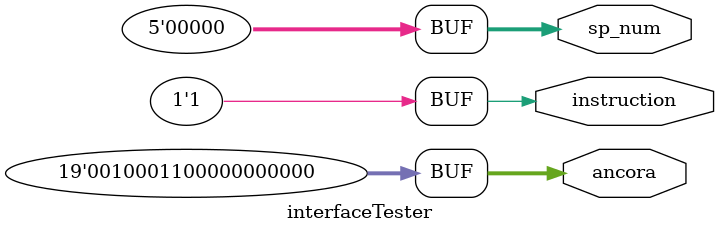
<source format=v>
module interfaceTester(instruction, sp_num, ancora);

output instruction;
output [4:0] sp_num;
output [18:0] ancora; 

assign instruction = 1'b1;
assign sp_num = 5'd0;
assign ancora = 19'b0010001100000000000;

endmodule

</source>
